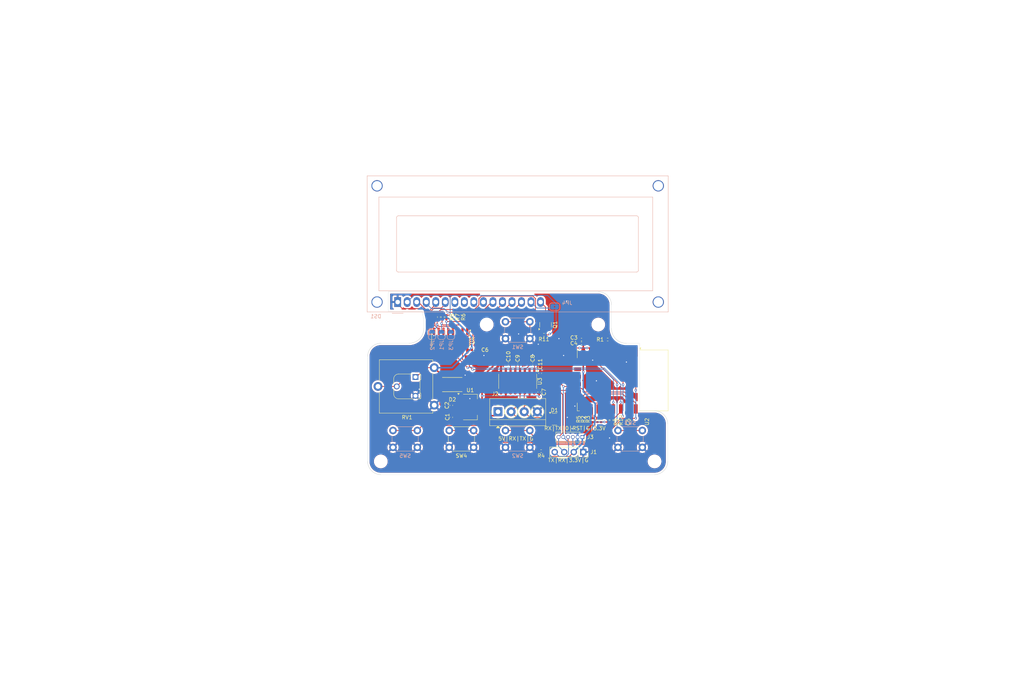
<source format=kicad_pcb>
(kicad_pcb (version 20241229) (generator "pcbnew") (generator_version "9.0")
  (layers (0 "F.Cu" signal) (2 "B.Cu" signal) (13 "F.Paste" user) (15 "B.Paste" user) (5 "F.SilkS" user "F.Silkscreen") (7 "B.SilkS" user "B.Silkscreen") (1 "F.Mask" user) (3 "B.Mask" user) (25 "Edge.Cuts" user))
  (net 0 "")
  (net 1 "GND")
  (net 2 "+5V")
  (net 3 "+3.3V")
  (net 4 "/RST")
  (net 5 "Net-(U3-C1+)")
  (net 6 "Net-(U3-C1-)")
  (net 7 "Net-(U3-C2-)")
  (net 8 "Net-(U3-C2+)")
  (net 9 "Net-(U3-VS-)")
  (net 10 "Net-(U3-VS+)")
  (net 11 "Net-(DS1-LED(+))")
  (net 12 "Net-(DS1-D5)")
  (net 13 "Net-(DS1-RS)")
  (net 14 "Net-(DS1-E)")
  (net 18 "Net-(DS1-D6)")
  (net 19 "Net-(DS1-D4)")
  (net 20 "Net-(DS1-VO)")
  (net 21 "Net-(DS1-R{slash}W)")
  (net 23 "Net-(DS1-LED(-))")
  (net 24 "Net-(DS1-D7)")
  (net 25 "/RX")
  (net 26 "/TX")
  (net 27 "/RS232_TX")
  (net 28 "/RS232_RX")
  (net 29 "/GPIO0")
  (net 30 "Net-(JP1-B)")
  (net 31 "Net-(JP2-B)")
  (net 32 "Net-(JP3-B)")
  (net 33 "Net-(Q1-B)")
  (net 34 "Net-(U2-EN)")
  (net 35 "/GPIO2")
  (net 36 "/GPIO15")
  (net 37 "/SDA")
  (net 38 "/SCL")
  (net 39 "/GPIO12")
  (net 40 "/GPIO13")
  (net 41 "/GPIO14")
  (footprint "Connector_PinSocket_2.54mm:PinSocket_1x04_P2.54mm_Vertical" (layer "F.Cu") (at 167.5 132.5 -90)
    (property "Reference" "J1")
    (property "Value" "Conn_01x04_Socket")
  )
  (footprint "Capacitor_SMD:C_0402_1005Metric" (layer "F.Cu") (at 132.296633 120.043673 90)
    (property "Reference" "C2")
    (property "Value" "1u")
  )
  (footprint "Capacitor_SMD:C_0402_1005Metric" (layer "F.Cu") (at 167.02 102.5 180)
    (property "Reference" "C3")
    (property "Value" "100n")
  )
  (footprint "RF_Module:ESP-12E" (layer "F.Cu") (at 178 113.4 -90)
    (property "Reference" "U2")
    (property "Value" "ESP-12F")
  )
  (footprint "Resistor_SMD:R_0402_1005Metric" (layer "F.Cu") (at 157 101.25 180)
    (property "Reference" "R11")
    (property "Value" "4.7K")
  )
  (footprint "Resistor_SMD:R_0402_1005Metric" (layer "F.Cu") (at 129 96.51 -90)
    (property "Reference" "R8")
    (property "Value" "10K")
  )
  (footprint "Potentiometer_THT:Potentiometer_ACP_CA14V-15_Vertical" (layer "F.Cu") (at 127.75 110 180)
    (property "Reference" "RV2" (hide yes))
    (property "Value" "10K")
  )
  (footprint "MountingHole:MountingHole_3.2mm_M3" (layer "F.Cu") (at 186.5 135)
    (property "Reference" "H3" (hide yes))
    (property "Value" "MountingHole" (hide yes))
  )
  (footprint "Potentiometer_THT:Potentiometer_Runtron_RM-065_Vertical" (layer "F.Cu") (at 122.75 112.5 -90)
    (property "Reference" "RV1")
    (property "Value" "10K")
  )
  (footprint "Capacitor_SMD:C_0402_1005Metric" (layer "F.Cu") (at 150 109 180)
    (property "Reference" "C9")
    (property "Value" "100n")
  )
  (footprint "Resistor_SMD:R_0402_1005Metric" (layer "F.Cu") (at 170 124 90)
    (property "Reference" "R5")
    (property "Value" "10K")
  )
  (footprint "Capacitor_SMD:C_0402_1005Metric" (layer "F.Cu") (at 138.27 105.25)
    (property "Reference" "C6")
    (property "Value" "100n")
  )
  (footprint "Package_TO_SOT_SMD:SOT-223-3_TabPin2" (layer "F.Cu") (at 137.35 120.5)
    (property "Reference" "U1")
    (property "Value" "AMS1117-3.3")
  )
  (footprint "Resistor_SMD:R_0402_1005Metric" (layer "F.Cu") (at 171.25 124 90)
    (property "Reference" "R2")
    (property "Value" "10K")
  )
  (footprint "Capacitor_SMD:C_0402_1005Metric" (layer "F.Cu") (at 147.52 109 180)
    (property "Reference" "C10")
    (property "Value" "100n")
  )
  (footprint "Resistor_SMD:R_0402_1005Metric" (layer "F.Cu") (at 156.25 132.25 180)
    (property "Reference" "R4")
    (property "Value" "10K")
  )
  (footprint "Resistor_SMD:R_0402_1005Metric" (layer "F.Cu") (at 130 96.51 -90)
    (property "Reference" "R7")
    (property "Value" "10K")
  )
  (footprint "Resistor_SMD:R_0402_1005Metric" (layer "F.Cu") (at 172.25 124 90)
    (property "Reference" "R3")
    (property "Value" "10K")
  )
  (footprint "Resistor_SMD:R_0402_1005Metric" (layer "F.Cu") (at 175 123.99 90)
    (property "Reference" "R10")
    (property "Value" "4.7K")
  )
  (footprint "MountingHole:MountingHole_3.2mm_M3" (layer "F.Cu") (at 141.75 98.5)
    (property "Reference" "H4" (hide yes))
    (property "Value" "MountingHole" (hide yes))
  )
  (footprint "Package_SO:SOIC-16_3.9x9.9mm_P1.27mm" (layer "F.Cu") (at 132.115 102.775 -90)
    (property "Reference" "U4")
    (property "Value" "PCF8574T")
  )
  (footprint "Capacitor_SMD:C_0402_1005Metric" (layer "F.Cu") (at 132.281943 123.25 -90)
    (property "Reference" "C1")
    (property "Value" "1u")
  )
  (footprint "Button_Switch_THT:SW_PUSH_6mm" (layer "F.Cu") (at 131.75 126.75)
    (property "Reference" "SW4")
    (property "Value" "SW_Push")
  )
  (footprint "Package_TO_SOT_SMD:SOT-23" (layer "F.Cu") (at 157.45 98.5625 90)
    (property "Reference" "Q1")
    (property "Value" "SS8050")
  )
  (footprint "Resistor_SMD:R_0402_1005Metric" (layer "F.Cu") (at 174 102.5)
    (property "Reference" "R1")
    (property "Value" "10K")
  )
  (footprint "MountingHole:MountingHole_3.2mm_M3" (layer "F.Cu") (at 171.5 98.5)
    (property "Reference" "H1" (hide yes))
    (property "Value" "MountingHole" (hide yes))
  )
  (footprint "Package_TO_SOT_SMD:SOT-23" (layer "F.Cu") (at 159.8125 123.75)
    (property "Reference" "D1")
    (property "Value" "PSM712-LF-T7")
  )
  (footprint "Resistor_SMD:R_0402_1005Metric" (layer "F.Cu") (at 174 123.99 90)
    (property "Reference" "R9")
    (property "Value" "4.7K")
  )
  (footprint "Capacitor_SMD:C_0402_1005Metric" (layer "F.Cu") (at 167.02 103.5 180)
    (property "Reference" "C4")
    (property "Value" "10u")
  )
  (footprint "Resistor_SMD:R_0402_1005Metric" (layer "F.Cu") (at 131 96.51 -90)
    (property "Reference" "R6")
    (property "Value" "10K")
  )
  (footprint "TerminalBlock_4Ucon:TerminalBlock_4Ucon_1x04_P3.50mm_Horizontal" (layer "F.Cu") (at 144.75 121.75)
    (property "Reference" "J2")
    (property "Value" "Screw_Terminal_01x04")
  )
  (footprint "Package_SO:SOP-16_3.9x9.9mm_P1.27mm" (layer "F.Cu") (at 150 113.6375 -90)
    (property "Reference" "U3")
    (property "Value" "MAX3232")
  )
  (footprint "Capacitor_SMD:C_0402_1005Metric" (layer "F.Cu") (at 180.5 124 -90)
    (property "Reference" "C5")
    (property "Value" "100n")
  )
  (footprint "lib:SMB_L4.6-W3.6-LS5.3-BI" (layer "F.Cu") (at 132.59 114.5 180)
    (property "Reference" "D2")
    (property "Value" "P6SMB6.8CA-C78395")
  )
  (footprint "Capacitor_SMD:C_0402_1005Metric" (layer "F.Cu") (at 154 109 180)
    (property "Reference" "C8")
    (property "Value" "100n")
  )
  (footprint "Connector_PinSocket_1.27mm:PinSocket_1x06_P1.27mm_Vertical" (layer "F.Cu") (at 167.25 128.5 -90)
    (property "Reference" "J3")
    (property "Value" "Conn_01x06_Pin")
  )
  (footprint "MountingHole:MountingHole_3.2mm_M3" (layer "F.Cu") (at 113.5 135)
    (property "Reference" "H2" (hide yes))
    (property "Value" "MountingHole" (hide yes))
  )
  (footprint "Capacitor_SMD:C_0402_1005Metric" (layer "F.Cu") (at 155.75 116.5 90)
    (property "Reference" "C7")
    (property "Value" "100n")
  )
  (footprint "Capacitor_SMD:C_0402_1005Metric" (layer "F.Cu") (at 156 111.5 90)
    (property "Reference" "C11")
    (property "Value" "100n")
  )
  (footprint "Jumper:SolderJumper-2_P1.3mm_Bridged2Bar_RoundedPad1.0x1.5mm" (layer "B.Cu") (at 159.85 93.75)
    (property "Reference" "JP4")
    (property "Value" "SolderJumper_2_Bridged")
  )
  (footprint "Button_Switch_THT:SW_PUSH_6mm" (layer "B.Cu") (at 153.25 126.75 180)
    (property "Reference" "SW2")
    (property "Value" "SW_Push")
  )
  (footprint "Jumper:SolderJumper-2_P1.3mm_Open_RoundedPad1.0x1.5mm" (layer "B.Cu") (at 132.182114 101.1 90)
    (property "Reference" "JP3")
    (property "Value" "SolderJumper_2_Open")
  )
  (footprint "Button_Switch_THT:SW_PUSH_6mm" (layer "B.Cu") (at 123.25 126.75 180)
    (property "Reference" "SW5")
    (property "Value" "SW_Push")
  )
  (footprint "Jumper:SolderJumper-2_P1.3mm_Open_RoundedPad1.0x1.5mm" (layer "B.Cu") (at 127.182114 101.1 90)
    (property "Reference" "JP2")
    (property "Value" "SolderJumper_2_Open")
  )
  (footprint "Button_Switch_THT:SW_PUSH_6mm" (layer "B.Cu") (at 183.25 126.75 180)
    (property "Reference" "SW3")
    (property "Value" "SW_Push")
  )
  (footprint "Jumper:SolderJumper-2_P1.3mm_Open_RoundedPad1.0x1.5mm" (layer "B.Cu") (at 129.682114 101.1 90)
    (property "Reference" "JP1")
    (property "Value" "SolderJumper_2_Open")
  )
  (footprint "Button_Switch_THT:SW_PUSH_6mm" (layer "B.Cu") (at 153.25 97.75 180)
    (property "Reference" "SW1")
    (property "Value" "SW_Push")
  )
  (footprint "Display:WC1602A" (layer "B.Cu") (at 117.9991 92.5)
    (property "Reference" "DS1")
    (property "Value" "WC1602A")
  )
  (gr_line (start 115.5 95) (end 115.5 89.75) (stroke (width 0.05)) (layer "Edge.Cuts"))
  (gr_line (start 182.5 103.5) (end 182.5 121.5) (stroke (width 0.05)) (layer "Edge.Cuts"))
  (gr_line (start 125 99.5) (end 125 97.25) (stroke (width 0.05)) (layer "Edge.Cuts"))
  (gr_arc (start 178.999934 103.5) (mid 176.164134 102.335819) (end 175 99.5) (stroke (width 0.1)) (layer "Edge.Cuts"))
  (gr_line (start 182.5 121.5) (end 186.5251 121.5) (stroke (width 0.05)) (layer "Edge.Cuts"))
  (gr_line (start 113.5 103.5) (end 121 103.5) (stroke (width 0.05)) (layer "Edge.Cuts"))
  (gr_arc (start 190 135) (mid 188.974874 137.474874) (end 186.5 138.5) (stroke (width 0.1)) (layer "Edge.Cuts"))
  (gr_arc (start 113.5 138.5) (mid 111.025126 137.474874) (end 110 135) (stroke (width 0.1)) (layer "Edge.Cuts"))
  (gr_line (start 113.5 138.5) (end 186.5 138.5) (stroke (width 0.05)) (layer "Edge.Cuts"))
  (gr_line (start 190 135) (end 190 124.974874) (stroke (width 0.05)) (layer "Edge.Cuts"))
  (gr_line (start 110 107) (end 110 135) (stroke (width 0.05)) (layer "Edge.Cuts"))
  (gr_arc (start 110 107) (mid 111.025126 104.525126) (end 113.5 103.5) (stroke (width 0.1)) (layer "Edge.Cuts"))
  (gr_line (start 115.5 89.75) (end 171.5 89.75) (stroke (width 0.05)) (layer "Edge.Cuts"))
  (gr_line (start 175 99.5) (end 175 93.25) (stroke (width 0.05)) (layer "Edge.Cuts"))
  (gr_line (start 182.5 103.5) (end 179 103.5) (stroke (width 0.05)) (layer "Edge.Cuts"))
  (gr_line (start 124.5 95) (end 115.5 95) (stroke (width 0.05)) (layer "Edge.Cuts"))
  (gr_arc (start 186.525126 121.5) (mid 188.982233 122.517767) (end 190 124.974874) (stroke (width 0.1)) (layer "Edge.Cuts"))
  (gr_arc (start 125 99.5) (mid 123.828427 102.328427) (end 121 103.5) (stroke (width 0.1)) (layer "Edge.Cuts"))
  (gr_line (start 125 97.25) (end 124.5 95) (stroke (width 0.05)) (layer "Edge.Cuts"))
  (gr_arc (start 171.5 89.75) (mid 173.974874 90.775126) (end 175 93.25) (stroke (width 0.1)) (layer "Edge.Cuts"))
  (gr_text "RX|TX|0|RST|G|3.3V" (at 157 126.75 0) (layer "F.SilkS") (effects (font (size 1 1)) (justify left bottom)))
  (gr_text "5V|RX|TX|G" (at 144.75 129.5 0) (layer "F.SilkS") (effects (font (size 1 1)) (justify left bottom)))
  (gr_text "TX|RX|3.3V|G" (at 158 135.25 0) (layer "F.SilkS") (effects (font (size 1 1)) (justify left bottom)))
  (segment (start 117.9991 92.9991) (end 119.25 94.25) (width 0.2) (layer "F.Cu") (net 1))
  (segment (start 125.75 95.306474) (end 125.75 101.75) (width 0.2) (layer "F.Cu") (net 1))
  (segment (start 127.67 101.17) (end 127.67 100.3) (width 0.2) (layer "F.Cu") (net 1))
  (segment (start 124.693526 94.25) (end 125.75 95.306474) (width 0.2) (layer "F.Cu") (net 1))
  (segment (start 125.75 101.75) (end 123.25 104.25) (width 0.2) (layer "F.Cu") (net 1))
  (segment (start 123.25 104.25) (end 114.5 104.25) (width 0.2) (layer "F.Cu") (net 1))
  (segment (start 114.5 104.25) (end 113 105.75) (width 0.2) (layer "F.Cu") (net 1))
  (segment (start 127.652 101.188) (end 127.67 101.17) (width 0.2) (layer "F.Cu") (net 1))
  (segment (start 119.25 94.25) (end 124.693526 94.25) (width 0.2) (layer "F.Cu") (net 1))
  (segment (start 127.652 101.455) (end 127.652 101.188) (width 0.2) (layer "F.Cu") (net 1))
  (via (at 136 112) (size 0.6) (drill 0.3) (layers "F.Cu" "B.Cu") (net 1))
  (via (at 137.25 118.25) (size 0.6) (drill 0.3) (layers "F.Cu" "B.Cu") (net 1))
  (via (at 171 113.5) (size 0.6) (drill 0.3) (layers "F.Cu" "B.Cu") (net 1))
  (via (at 127.652 101.455) (size 0.6) (drill 0.3) (layers "F.Cu" "B.Cu") (net 1))
  (via (at 174.5 128.75) (size 0.6) (drill 0.3) (layers "F.Cu" "B.Cu") (net 1))
  (via (at 161 102.25) (size 0.6) (drill 0.3) (layers "F.Cu" "B.Cu") (net 1))
  (via (at 163.25 123.25) (size 0.6) (drill 0.3) (layers "F.Cu" "B.Cu") (net 1))
  (via (at 170 108) (size 0.6) (drill 0.3) (layers "F.Cu" "B.Cu") (net 1))
  (via (at 155.5 103.75) (size 0.6) (drill 0.3) (layers "F.Cu" "B.Cu") (net 1))
  (via (at 168.5 126.25) (size 0.6) (drill 0.3) (layers "F.Cu" "B.Cu") (net 1))
  (via (at 123.75 115.75) (size 0.6) (drill 0.3) (layers "F.Cu" "B.Cu") (net 1))
  (via (at 150.25 101) (size 0.6) (drill 0.3) (layers "F.Cu" "B.Cu") (net 1))
  (via (at 179 108.5) (size 0.6) (drill 0.3) (layers "F.Cu" "B.Cu") (net 1))
  (via (at 163 92.25) (size 0.6) (drill 0.3) (layers "F.Cu" "B.Cu") (net 1))
  (via (at 167.75 123.25) (size 0.6) (drill 0.3) (layers "F.Cu" "B.Cu") (net 1))
  (via (at 141 106.75) (size 0.6) (drill 0.3) (layers "F.Cu" "B.Cu") (net 1))
  (via (at 154 106.5) (size 0.6) (drill 0.3) (layers "F.Cu" "B.Cu") (net 1))
  (via (at 164.5 126.25) (size 0.6) (drill 0.3) (layers "F.Cu" "B.Cu") (net 1))
  (via (at 162.25 106.75) (size 0.6) (drill 0.3) (layers "F.Cu" "B.Cu") (net 1))
  (via (at 165.25 120.25) (size 0.6) (drill 0.3) (layers "F.Cu" "B.Cu") (net 1))
  (segment (start 122.75 112.5) (end 123 112.5) (width 0.2) (layer "F.Cu") (net 2))
  (segment (start 123 112.5) (end 125.5 110) (width 0.2) (layer "F.Cu") (net 2))
  (segment (start 137.79 105.25) (end 137.79 104.79) (width 0.4) (layer "F.Cu") (net 2))
  (segment (start 157.51 101.25) (end 158.25 101.25) (width 0.2) (layer "F.Cu") (net 2))
  (segment (start 158.25 101.25) (end 158.5 101) (width 0.2) (layer "F.Cu") (net 2))
  (segment (start 143.699 122.801) (end 144.75 121.75) (width 0.4) (layer "F.Cu") (net 2))
  (segment (start 131 96) (end 129 96) (width 0.2) (layer "F.Cu") (net 2))
  (segment (start 129.321 111.571) (end 129.321 119.809057) (width 0.4) (layer "F.Cu") (net 2))
  (segment (start 136.56 105.25) (end 137.79 105.25) (width 0.4) (layer "F.Cu") (net 2))
  (segment (start 125.5 110) (end 127.75 110) (width 0.2) (layer "F.Cu") (net 2))
  (segment (start 132.312943 122.801) (end 143.699 122.801) (width 0.4) (layer "F.Cu") (net 2))
  (segment (start 132 96) (end 131 96) (width 0.2) (layer "F.Cu") (net 2))
  (segment (start 127.75 110) (end 129.321 111.571) (width 0.4) (layer "F.Cu") (net 2))
  (segment (start 137.79 104.79) (end 137.75 104.75) (width 0.4) (layer "F.Cu") (net 2))
  (segment (start 129.321 119.809057) (end 132.281943 122.77) (width 0.4) (layer "F.Cu") (net 2))
  (via (at 137.75 104.75) (size 0.6) (drill 0.3) (layers "F.Cu" "B.Cu") (net 2))
  (via (at 158.5 101) (size 0.6) (drill 0.3) (layers "F.Cu" "B.Cu") (net 2))
  (via (at 132 96) (size 0.6) (drill 0.3) (layers "F.Cu" "B.Cu") (net 2))
  (segment (start 158 90.75) (end 132 90.75) (width 0.2) (layer "B.Cu") (net 2))
  (segment (start 132 96) (end 132 90.75) (width 0.2) (layer "B.Cu") (net 2))
  (segment (start 137.75 104.75) (end 137.75 101.75) (width 0.4) (layer "B.Cu") (net 2))
  (segment (start 137.75 104.75) (end 132.5 110) (width 0.4) (layer "B.Cu") (net 2))
  (segment (start 160.25 93) (end 158 90.75) (width 0.2) (layer "B.Cu") (net 2))
  (segment (start 158.75 101) (end 160.25 99.5) (width 0.2) (layer "B.Cu") (net 2))
  (segment (start 137.75 101.75) (end 132 96) (width 0.4) (layer "B.Cu") (net 2))
  (segment (start 132 90.75) (end 122.2891 90.75) (width 0.2) (layer "B.Cu") (net 2))
  (segment (start 122.2891 90.75) (end 120.5391 92.5) (width 0.2) (layer "B.Cu") (net 2))
  (segment (start 132.5 110) (end 127.75 110) (width 0.4) (layer "B.Cu") (net 2))
  (segment (start 160.25 99.5) (end 160.25 93) (width 0.2) (layer "B.Cu") (net 2))
  (segment (start 174 124.5) (end 173.12 124.5) (width 0.2) (layer "F.Cu") (net 3))
  (segment (start 140.5 112.5) (end 140.5 117.5) (width 0.4) (layer "F.Cu") (net 3))
  (segment (start 167.5 102.5) (end 167.5 104.9) (width 0.4) (layer "F.Cu") (net 3))
  (segment (start 173.49 102.5) (end 172.49 103.5) (width 0.2) (layer "F.Cu") (net 3))
  (segment (start 163.809 133.651) (end 164.96 132.5) (width 0.2) (layer "F.Cu") (net 3))
  (segment (start 155.75 117.75) (end 155.75 116.98) (width 0.2) (layer "F.Cu") (net 3))
  (segment (start 147.2 105.8) (end 140.5 112.5) (width 0.4) (layer "F.Cu") (net 3))
  (segment (start 155.2875 116.98) (end 154.445 116.1375) (width 0.2) (layer "F.Cu") (net 3))
  (segment (start 167.5 105.8) (end 147.2 105.8) (width 0.4) (layer "F.Cu") (net 3))
  (segment (start 167.5 104.9) (end 167.5 111.1) (width 0.4) (layer "F.Cu") (net 3))
  (segment (start 158.161 133.651) (end 163.809 133.651) (width 0.2) (layer "F.Cu") (net 3))
  (segment (start 156.76 132.25) (end 158.161 133.651) (width 0.2) (layer "F.Cu") (net 3))
  (segment (start 173.07 124.51) (end 173.1 124.48) (width 0.2) (layer "F.Cu") (net 3))
  (segment (start 171.25 124.51) (end 173.07 124.51) (width 0.2) (layer "F.Cu") (net 3))
  (segment (start 155.75 116.98) (end 155.2875 116.98) (width 0.2) (layer "F.Cu") (net 3))
  (segment (start 132.296633 120.523673) (end 140.476327 120.523673) (width 0.4) (layer "F.Cu") (net 3))
  (segment (start 172.49 103.5) (end 167.5 103.5) (width 0.2) (layer "F.Cu") (net 3))
  (segment (start 140.5 117.5) (end 140.5 120.5) (width 0.4) (layer "F.Cu") (net 3))
  (segment (start 175 124.5) (end 174 124.5) (width 0.2) (layer "F.Cu") (net 3))
  (via (at 173.1 124.48) (size 0.6) (drill 0.3) (layers "F.Cu" "B.Cu") (net 3))
  (via (at 140.5 117.5) (size 0.6) (drill 0.3) (layers "F.Cu" "B.Cu") (net 3))
  (via (at 167.5 111.1) (size 0.6) (drill 0.3) (layers "F.Cu" "B.Cu") (net 3))
  (via (at 155.75 117.75) (size 0.6) (drill 0.3) (layers "F.Cu" "B.Cu") (net 3))
  (segment (start 170.48 124.48) (end 173.1 124.48) (width 0.2) (layer "B.Cu") (net 3))
  (segment (start 167.5 116.401) (end 167.5 111.1) (width 0.4) (layer "B.Cu") (net 3))
  (segment (start 170.48 124.52) (end 170.48 125.27) (width 0.4) (layer "B.Cu") (net 3))
  (segment (start 155.75 117.75) (end 155.5 117.5) (width 0.2) (layer "B.Cu") (net 3))
  (segment (start 170.680001 122.615111) (end 170.680001 119.581001) (width 0.4) (layer "B.Cu") (net 3))
  (segment (start 170.48 124.52) (end 170.48 124.48) (width 0.2) (layer "B.Cu") (net 3))
  (segment (start 170.48 124.52) (end 170.48 122.815112) (width 0.4) (layer "B.Cu") (net 3))
  (segment (start 170.48 122.815112) (end 170.680001 122.615111) (width 0.4) (layer "B.Cu") (net 3))
  (segment (start 170.680001 119.581001) (end 167.5 116.401) (width 0.4) (layer "B.Cu") (net 3))
  (segment (start 167.25 128.5) (end 167.25 130.21) (width 0.4) (layer "B.Cu") (net 3))
  (segment (start 167.25 130.21) (end 164.96 132.5) (width 0.4) (layer "B.Cu") (net 3))
  (segment (start 155.5 117.5) (end 140.5 117.5) (width 0.2) (layer "B.Cu") (net 3))
  (segment (start 170.48 125.27) (end 167.25 128.5) (width 0.4) (layer "B.Cu") (net 3))
  (segment (start 171 130.5) (end 155.75 130.5) (width 0.2) (layer "F.Cu") (net 4))
  (segment (start 181.499034 123.5) (end 178.249943 123.5) (width 0.2) (layer "F.Cu") (net 4))
  (segment (start 155.75 130.5) (end 154.339892 130.5) (width 0.2) (layer "F.Cu") (net 4))
  (segment (start 146.211108 129.949) (end 146.012108 129.75) (width 0.2) (layer "F.Cu") (net 4))
  (segment (start 178.249943 123.5) (end 178.248943 123.501) (width 0.2) (layer "F.Cu") (net 4))
  (segment (start 146.012108 129.75) (end 141.25 129.75) (width 0.2) (layer "F.Cu") (net 4))
  (segment (start 177.999 123.501) (end 171 130.5) (width 0.2) (layer "F.Cu") (net 4))
  (segment (start 141.25 129.75) (end 138.25 126.75) (width 0.2) (layer "F.Cu") (net 4))
  (segment (start 155.74 130.51) (end 155.75 130.5) (width 0.2) (layer "F.Cu") (net 4))
  (segment (start 178.248943 123.501) (end 177.999 123.501) (width 0.2) (layer "F.Cu") (net 4))
  (segment (start 154.339892 130.5) (end 153.788892 129.949) (width 0.2) (layer "F.Cu") (net 4))
  (segment (start 155.74 132.25) (end 155.74 130.51) (width 0.2) (layer "F.Cu") (net 4))
  (segment (start 138.25 126.75) (end 131.75 126.75) (width 0.2) (layer "F.Cu") (net 4))
  (segment (start 153.788892 129.949) (end 146.211108 129.949) (width 0.2) (layer "F.Cu") (net 4))
  (segment (start 181.5 104.9) (end 181.5 116) (width 0.2) (layer "F.Cu") (net 4))
  (via (at 164.75 130.699) (size 0.6) (drill 0.3) (layers "F.Cu" "B.Cu") (net 4))
  (via (at 181.499034 123.5) (size 0.6) (drill 0.3) (layers "F.Cu" "B.Cu") (net 4))
  (via (at 181.5 116) (size 0.6) (drill 0.3) (layers "F.Cu" "B.Cu") (net 4))
  (segment (start 181.5 123.499034) (end 181.499034 123.5) (width 0.2) (layer "B.Cu") (net 4))
  (segment (start 164.71 128.5) (end 164.71 130.659) (width 0.2) (layer "B.Cu") (net 4))
  (segment (start 164.71 130.659) (end 164.75 130.699) (width 0.2) (layer "B.Cu") (net 4))
  (segment (start 181.5 116) (end 181.5 123.499034) (width 0.2) (layer "B.Cu") (net 4))
  (segment (start 154.48 111.1025) (end 154.445 111.1375) (width 0.2) (layer "F.Cu") (net 5))
  (segment (start 154.48 109) (end 154.48 111.1025) (width 0.2) (layer "F.Cu") (net 5))
  (segment (start 151.905 110.615) (end 151.905 111.1375) (width 0.2) (layer "F.Cu") (net 6))
  (segment (start 153.52 109) (end 151.905 110.615) (width 0.2) (layer "F.Cu") (net 6))
  (segment (start 149.52 109) (end 149.52 110.9825) (width 0.2) (layer "F.Cu") (net 7))
  (segment (start 149.52 110.9825) (end 149.365 111.1375) (width 0.2) (layer "F.Cu") (net 7))
  (segment (start 150.48 110.9825) (end 150.635 111.1375) (width 0.2) (layer "F.Cu") (net 8))
  (segment (start 150.48 109) (end 150.48 110.9825) (width 0.2) (layer "F.Cu") (net 8))
  (segment (start 148.095 109.095) (end 148 109) (width 0.2) (layer "F.Cu") (net 9))
  (segment (start 148.095 111.1375) (end 148.095 109.095) (width 0.2) (layer "F.Cu") (net 9))
  (segment (start 153.175 111.509468) (end 154.104032 112.4385) (width 0.2) (layer "F.Cu") (net 10))
  (segment (start 153.175 111.1375) (end 153.175 111.509468) (width 0.2) (layer "F.Cu") (net 10))
  (segment (start 155.5415 112.4385) (end 156 111.98) (width 0.2) (layer "F.Cu") (net 10))
  (segment (start 154.104032 112.4385) (end 155.5415 112.4385) (width 0.2) (layer "F.Cu") (net 10))
  (segment (start 153.5591 92.5) (end 155.1601 94.101) (width 0.2) (layer "B.Cu") (net 11))
  (segment (start 155.1601 94.101) (end 158.849 94.101) (width 0.2) (layer "B.Cu") (net 11))
  (segment (start 138.448 97.6678) (end 138.6829 97.4329) (width 0.2) (layer "F.Cu") (net 12))
  (segment (start 138.6829 97.4329) (end 138.9178 97.198) (width 0.2) (layer "F.Cu") (net 12))
  (segment (start 145.9391 92.9569) (end 145.9391 92.5) (width 0.2) (layer "F.Cu") (net 12))
  (segment (start 140.6829 95.4329) (end 140.9178 95.198) (width 0.2) (layer "F.Cu") (net 12))
  (segment (start 130.043001 103.172) (end 130.745901 103.172) (width 0.2) (layer "F.Cu") (net 12))
  (segment (start 131.781001 103.172) (end 132.113201 103.172) (width 0.2) (layer "F.Cu") (net 12))
  (segment (start 136.9438 103.172) (end 138.448 101.6678) (width 0.2) (layer "F.Cu") (net 12))
  (segment (start 138.448 98) (end 138.448 97.6678) (width 0.2) (layer "F.Cu") (net 12))
  (segment (start 140.448 95.6678) (end 140.6829 95.4329) (width 0.2) (layer "F.Cu") (net 12))
  (segment (start 143.698 95.198) (end 145.9391 92.9569) (width 0.2) (layer "F.Cu") (net 12))
  (segment (start 138.9178 97.198) (end 140.448 95.6678) (width 0.2) (layer "F.Cu") (net 12))
  (segment (start 130.745901 103.172) (end 131.078101 103.172) (width 0.2) (layer "F.Cu") (net 12))
  (segment (start 141.25 95.198) (end 141.5822 95.198) (width 0.2) (layer "F.Cu") (net 12))
  (segment (start 131.078101 103.172) (end 131.448801 103.172) (width 0.2) (layer "F.Cu") (net 12))
  (segment (start 141.5822 95.198) (end 143.698 95.198) (width 0.2) (layer "F.Cu") (net 12))
  (segment (start 131.448801 103.172) (end 131.781001 103.172) (width 0.2) (layer "F.Cu") (net 12))
  (segment (start 128.94 104.275001) (end 130.043001 103.172) (width 0.2) (layer "F.Cu") (net 12))
  (segment (start 138.448 101.6678) (end 138.448 98.3322) (width 0.2) (layer "F.Cu") (net 12))
  (segment (start 128.94 105.25) (end 128.94 104.275001) (width 0.2) (layer "F.Cu") (net 12))
  (segment (start 140.9178 95.198) (end 141.25 95.198) (width 0.2) (layer "F.Cu") (net 12))
  (segment (start 132.113201 103.172) (end 136.9438 103.172) (width 0.2) (layer "F.Cu") (net 12))
  (segment (start 138.448 98.3322) (end 138.448 98) (width 0.2) (layer "F.Cu") (net 12))
  (segment (start 136.900968 101.576) (end 133.051001 101.576) (width 0.2) (layer "F.Cu") (net 13))
  (segment (start 133.126968 95.25) (end 137.161 99.284032) (width 0.2) (layer "F.Cu") (net 13))
  (segment (start 133.051001 101.576) (end 132.75 101.274999) (width 0.2) (layer "F.Cu") (net 13))
  (segment (start 137.161 101.315968) (end 136.900968 101.576) (width 0.2) (layer "F.Cu") (net 13))
  (segment (start 131.4 95.25) (end 133.126968 95.25) (width 0.2) (layer "F.Cu") (net 13))
  (segment (start 132.75 101.274999) (end 132.75 100.3) (width 0.2) (layer "F.Cu") (net 13))
  (segment (start 137.161 99.284032) (end 137.161 101.315968) (width 0.2) (layer "F.Cu") (net 13))
  (via (at 131.4 95.25) (size 0.6) (drill 0.3) (layers "F.Cu" "B.Cu") (net 13))
  (segment (start 131.4 95.25) (end 130.4 94.25) (width 0.2) (layer "B.Cu") (net 13))
  (segment (start 130.4 94.25) (end 127 94.25) (width 0.2) (layer "B.Cu") (net 13))
  (segment (start 125.6191 92.8691) (end 125.6191 92.5) (width 0.2) (layer "B.Cu") (net 13))
  (segment (start 127 94.25) (end 125.6191 92.8691) (width 0.2) (layer "B.Cu") (net 13))
  (segment (start 130.21 101.1558) (end 130.21 100.3) (width 0.2) (layer "F.Cu") (net 14))
  (segment (start 127.052 94.7651) (end 127.052 101.7349) (width 0.2) (layer "F.Cu") (net 14))
  (segment (start 127.7161 94.101) (end 127.052 94.7651) (width 0.2) (layer "F.Cu") (net 14))
  (segment (start 127.386463 102.069363) (end 129.296437 102.069363) (width 0.2) (layer "F.Cu") (net 14))
  (segment (start 130.6991 93.0509) (end 129.649 94.101) (width 0.2) (layer "F.Cu") (net 14))
  (segment (start 129.649 94.101) (end 127.7161 94.101) (width 0.2) (layer "F.Cu") (net 14))
  (segment (start 129.296437 102.069363) (end 130.21 101.1558) (width 0.2) (layer "F.Cu") (net 14))
  (segment (start 127.052 101.7349) (end 127.386463 102.069363) (width 0.2) (layer "F.Cu") (net 14))
  (segment (start 130.21 105.25) (end 130.21 104.275001) (width 0.2) (layer "F.Cu") (net 18))
  (segment (start 138.849 97.8339) (end 139.0839 97.599) (width 0.2) (layer "F.Cu") (net 18))
  (segment (start 145.3801 95.599) (end 148.4791 92.5) (width 0.2) (layer "F.Cu") (net 18))
  (segment (start 138.849 98.1661) (end 138.849 97.8339) (width 0.2) (layer "F.Cu") (net 18))
  (segment (start 130.912001 103.573) (end 131.614901 103.573) (width 0.2) (layer "F.Cu") (net 18))
  (segment (start 131.947101 103.573) (end 137.1099 103.573) (width 0.2) (layer "F.Cu") (net 18))
  (segment (start 138.849 101.8339) (end 138.849 98.1661) (width 0.2) (layer "F.Cu") (net 18))
  (segment (start 130.21 104.275001) (end 130.912001 103.573) (width 0.2) (layer "F.Cu") (net 18))
  (segment (start 140.849 95.8339) (end 141.0839 95.599) (width 0.2) (layer "F.Cu") (net 18))
  (segment (start 141.4161 95.599) (end 145.3801 95.599) (width 0.2) (layer "F.Cu") (net 18))
  (segment (start 137.1099 103.573) (end 138.849 101.8339) (width 0.2) (layer "F.Cu") (net 18))
  (segment (start 139.0839 97.599) (end 140.849 95.8339) (width 0.2) (layer "F.Cu") (net 18))
  (segment (start 131.614901 103.573) (end 131.947101 103.573) (width 0.2) (layer "F.Cu") (net 18))
  (segment (start 141.0839 95.599) (end 141.4161 95.599) (width 0.2) (layer "F.Cu") (net 18))
  (segment (start 138.7517 96.797) (end 140.047 95.5017) (width 0.2) (layer "F.Cu") (net 19))
  (segment (start 138.047 98.1661) (end 138.047 97.8339) (width 0.2) (layer "F.Cu") (net 19))
  (segment (start 143.0487 92.5) (end 143.3991 92.5) (width 0.2) (layer "F.Cu") (net 19))
  (segment (start 138.5168 97.0319) (end 138.7517 96.797) (width 0.2) (layer "F.Cu") (net 19))
  (segment (start 140.7517 94.797) (end 143.0487 92.5) (width 0.2) (layer "F.Cu") (net 19))
  (segment (start 138.047 101.5017) (end 138.047 98.4983) (width 0.2) (layer "F.Cu") (net 19))
  (segment (start 127.67 105.25) (end 127.67 104.83) (width 0.2) (layer "F.Cu") (net 19))
  (segment (start 129.75 102.75) (end 136.7987 102.75) (width 0.2) (layer "F.Cu") (net 19))
  (segment (start 138.2819 97.2668) (end 138.5168 97.0319) (width 0.2) (layer "F.Cu") (net 19))
  (segment (start 136.7987 102.75) (end 138.047 101.5017) (width 0.2) (layer "F.Cu") (net 19))
  (segment (start 140.5168 95.0319) (end 140.7517 94.797) (width 0.2) (layer "F.Cu") (net 19))
  (segment (start 140.2819 95.2668) (end 140.5168 95.0319) (width 0.2) (layer "F.Cu") (net 19))
  (segment (start 138.047 97.8339) (end 138.047 97.5017) (width 0.2) (layer "F.Cu") (net 19))
  (segment (start 140.047 95.5017) (end 140.2819 95.2668) (width 0.2) (layer "F.Cu") (net 19))
  (segment (start 138.047 97.5017) (end 138.2819 97.2668) (width 0.2) (layer "F.Cu") (net 19))
  (segment (start 138.047 98.4983) (end 138.047 98.1661) (width 0.2) (layer "F.Cu") (net 19))
  (segment (start 127.67 104.83) (end 129.75 102.75) (width 0.2) (layer "F.Cu") (net 19))
  (segment (start 126.25 106.5) (end 117.75 115) (width 0.2) (layer "F.Cu") (net 20))
  (segment (start 117.75 115) (end 112.75 115) (width 0.2) (layer "F.Cu") (net 20))
  (segment (start 123.510626 92.5) (end 126.25 95.239374) (width 0.2) (layer "F.Cu") (net 20))
  (segment (start 126.25 95.239374) (end 126.25 106.5) (width 0.2) (layer "F.Cu") (net 20))
  (segment (start 130.063993 102.003107) (end 130.0671 102) (width 0.2) (layer "F.Cu") (net 21))
  (segment (start 126.651 94.599) (end 126.651 94.9312) (width 0.2) (layer "F.Cu") (net 21))
  (segment (start 130.754999 102) (end 131.48 101.274999) (width 0.2) (layer "F.Cu") (net 21))
  (segment (start 129.5839 102.349) (end 129.697437 102.235463) (width 0.2) (layer "F.Cu") (net 21))
  (segment (start 129.462537 102.470363) (end 129.5839 102.349) (width 0.2) (layer "F.Cu") (net 21))
  (segment (start 128.1591 93.0909) (end 127.55 93.7) (width 0.2) (layer "F.Cu") (net 21))
  (segment (start 127.552563 102.470363) (end 129.130337 102.470363) (width 0.2) (layer "F.Cu") (net 21))
  (segment (start 126.8859 94.3641) (end 126.651 94.599) (width 0.2) (layer "F.Cu") (net 21))
  (segment (start 131.48 101.274999) (end 131.48 100.3) (width 0.2) (layer "F.Cu") (net 21))
  (segment (start 127.3151 93.9349) (end 126.8859 94.3641) (width 0.2) (layer "F.Cu") (net 21))
  (segment (start 129.130337 102.470363) (end 129.462537 102.470363) (width 0.2) (layer "F.Cu") (net 21))
  (segment (start 129.929793 102.003107) (end 130.063993 102.003107) (width 0.2) (layer "F.Cu") (net 21))
  (segment (start 130.0671 102) (end 130.754999 102) (width 0.2) (layer "F.Cu") (net 21))
  (segment (start 126.651 101.5688) (end 126.651 101.901) (width 0.2) (layer "F.Cu") (net 21))
  (segment (start 127.55 93.7) (end 127.3151 93.9349) (width 0.2) (layer "F.Cu") (net 21))
  (segment (start 126.985463 102.235463) (end 127.220363 102.470363) (width 0.2) (layer "F.Cu") (net 21))
  (segment (start 126.651 94.9312) (end 126.651 101.5688) (width 0.2) (layer "F.Cu") (net 21))
  (segment (start 127.220363 102.470363) (end 127.552563 102.470363) (width 0.2) (layer "F.Cu") (net 21))
  (segment (start 126.651 101.901) (end 126.8859 102.1359) (width 0.2) (layer "F.Cu") (net 21))
  (segment (start 129.697437 102.235463) (end 129.929793 102.003107) (width 0.2) (layer "F.Cu") (net 21))
  (segment (start 126.8859 102.1359) (end 126.985463 102.235463) (width 0.2) (layer "F.Cu") (net 21))
  (segment (start 157.45 97.625) (end 157.45 93.8509) (width 0.2) (layer "F.Cu") (net 23))
  (segment (start 157.45 93.8509) (end 156.0991 92.5) (width 0.2) (layer "F.Cu") (net 23))
  (segment (start 139.25 98) (end 141.25 96) (width 0.2) (layer "F.Cu") (net 24))
  (segment (start 131.48 104.275001) (end 131.781001 103.974) (width 0.2) (layer "F.Cu") (net 24))
  (segment (start 147.5191 96) (end 151.0191 92.5) (width 0.2) (layer "F.Cu") (net 24))
  (segment (start 131.48 105.25) (end 131.48 104.275001) (width 0.2) (layer "F.Cu") (net 24))
  (segment (start 131.781001 103.974) (end 137.276 103.974) (width 0.2) (layer "F.Cu") (net 24))
  (segment (start 139.25 102) (end 139.25 98) (width 0.2) (layer "F.Cu") (net 24))
  (segment (start 141.25 96) (end 147.5191 96) (width 0.2) (layer "F.Cu") (net 24))
  (segment (start 137.276 103.974) (end 139.25 102) (width 0.2) (layer "F.Cu") (net 24))
  (segment (start 160.9 116.0505) (end 159.686 114.8365) (width 0.2) (layer "F.Cu") (net 25))
  (segment (start 163.7495 116.0505) (end 165.199 117.5) (width 0.2) (layer "F.Cu") (net 25))
  (segment (start 162 127.4) (end 162 117.1505) (width 0.2) (layer "F.Cu") (net 25))
  (segment (start 159.686 114.8365) (end 150.001344 114.8365) (width 0.2) (layer "F.Cu") (net 25))
  (segment (start 160.9 128.5) (end 162 127.4) (width 0.2) (layer "F.Cu") (net 25))
  (segment (start 165.199 117.5) (end 167.5 117.5) (width 0.2) (layer "F.Cu") (net 25))
  (segment (start 167.5 117.5) (end 168 117) (width 0.2) (layer "F.Cu") (net 25))
  (segment (start 162 117.1505) (end 160.9 116.0505) (width 0.2) (layer "F.Cu") (net 25))
  (segment (start 179.5 118.5) (end 179.5 121) (width 0.2) (layer "F.Cu") (net 25))
  (segment (start 150.001344 114.8365) (end 149.365 115.472844) (width 0.2) (layer "F.Cu") (net 25))
  (segment (start 160.9 116.0505) (end 163.7495 116.0505) (width 0.2) (layer "F.Cu") (net 25))
  (segment (start 178 117) (end 179.5 118.5) (width 0.2) (layer "F.Cu") (net 25))
  (segment (start 168 117) (end 178 117) (width 0.2) (layer "F.Cu") (net 25))
  (segment (start 149.365 115.472844) (end 149.365 116.1375) (width 0.2) (layer "F.Cu") (net 25))
  (segment (start 160.9 128.5) (end 160.9 130.98) (width 0.2) (layer "B.Cu") (net 25))
  (segment (start 160.9 130.98) (end 162.42 132.5) (width 0.2) (layer "B.Cu") (net 25))
  (segment (start 163.518 115.018) (end 162.25 115.018) (width 0.2) (layer "F.Cu") (net 26))
  (segment (start 148.095 115.137501) (end 148.797001 114.4355) (width 0.2) (layer "F.Cu") (net 26))
  (segment (start 178.5 116.5) (end 168 116.5) (width 0.2) (layer "F.Cu") (net 26))
  (segment (start 164 115.5) (end 163.518 115.018) (width 0.2) (layer "F.Cu") (net 26))
  (segment (start 181.5 119.5) (end 178.5 116.5) (width 0.2) (layer "F.Cu") (net 26))
  (segment (start 148.095 116.1375) (end 148.095 115.137501) (width 0.2) (layer "F.Cu") (net 26))
  (segment (start 168 116.5) (end 167 115.5) (width 0.2) (layer "F.Cu") (net 26))
  (segment (start 167 115.5) (end 164 115.5) (width 0.2) (layer "F.Cu") (net 26))
  (segment (start 148.797001 114.4355) (end 161.6675 114.4355) (width 0.2) (layer "F.Cu") (net 26))
  (segment (start 181.5 120.1) (end 181.5 119.5) (width 0.2) (layer "F.Cu") (net 26))
  (segment (start 161.6675 114.4355) (end 162.25 115.018) (width 0.2) (layer "F.Cu") (net 26))
  (via (at 162.25 115.018) (size 0.6) (drill 0.3) (layers "F.Cu" "B.Cu") (net 26))
  (segment (start 162.17 128.5) (end 162.17 115.098) (width 0.2) (layer "B.Cu") (net 26))
  (segment (start 162.17 128.5) (end 163.571 129.901) (width 0.2) (layer "B.Cu") (net 26))
  (segment (start 163.571 132.97676) (end 162.89676 133.651) (width 0.2) (layer "B.Cu") (net 26))
  (segment (start 163.571 129.901) (end 163.571 132.97676) (width 0.2) (layer "B.Cu") (net 26))
  (segment (start 161.031 133.651) (end 159.88 132.5) (width 0.2) (layer "B.Cu") (net 26))
  (segment (start 162.89676 133.651) (end 161.031 133.651) (width 0.2) (layer "B.Cu") (net 26))
  (segment (start 162.17 115.098) (end 162.25 115.018) (width 0.2) (layer "B.Cu") (net 26))
  (segment (start 152.214 119.493166) (end 151.986 119.493166) (width 0.2) (layer "F.Cu") (net 27))
  (segment (start 152.45 119.847166) (end 152.45 119.729166) (width 0.2) (layer "F.Cu") (net 27))
  (segment (start 151.75 119.257166) (end 151.75 119.139166) (width 0.2) (layer "F.Cu") (net 27))
  (segment (start 151.75 119.080177) (end 151.75 116.2925) (width 0.2) (layer "F.Cu") (net 27))
  (segment (start 158.843797 122.831203) (end 157.884262 122.831203) (width 0.2) (layer "F.Cu") (net 27))
  (segment (start 151.75 121.75) (end 151.75 120.319166) (width 0.2) (layer "F.Cu") (net 27))
  (segment (start 158.875 122.8) (end 158.843797 122.831203) (width 0.2) (layer "F.Cu") (net 27))
  (segment (start 151.986 120.083166) (end 152.214 120.083166) (width 0.2) (layer "F.Cu") (net 27))
  (segment (start 151.75 119.139166) (end 151.75 119.080177) (width 0.2) (layer "F.Cu") (net 27))
  (segment (start 153.251 123.251) (end 151.75 121.75) (width 0.2) (layer "F.Cu") (net 27))
  (segment (start 157.464465 123.251) (end 153.251 123.251) (width 0.2) (layer "F.Cu") (net 27))
  (segment (start 157.884262 122.831203) (end 157.464465 123.251) (width 0.2) (layer "F.Cu") (net 27))
  (segment (start 151.75 116.2925) (end 151.905 116.1375) (width 0.2) (layer "F.Cu") (net 27))
  (arc (start 151.986 119.493166) (mid 151.819123 119.424043) (end 151.75 119.257166) (width 0.2) (layer "F.Cu") (net 27))
  (arc (start 152.45 119.729166) (mid 152.380877 119.562289) (end 152.214 119.493166) (width 0.2) (layer "F.Cu") (net 27))
  (arc (start 152.214 120.083166) (mid 152.380877 120.014043) (end 152.45 119.847166) (width 0.2) (layer "F.Cu") (net 27))
  (arc (start 151.75 120.319166) (mid 151.819123 120.152289) (end 151.986 120.083166) (width 0.2) (layer "F.Cu") (net 27))
  (segment (start 148.25 121.75) (end 150.635 119.365) (width 0.2) (layer "F.Cu") (net 28))
  (segment (start 150.25 123.75) (end 148.25 121.75) (width 0.2) (layer "F.Cu") (net 28))
  (segment (start 157.925 123.75) (end 150.25 123.75) (width 0.2) (layer "F.Cu") (net 28))
  (segment (start 150.635 119.365) (end 150.635 116.1375) (width 0.2) (layer "F.Cu") (net 28))
  (segment (start 158.875 124.7) (end 157.925 123.75) (width 0.2) (layer "F.Cu") (net 28))
  (segment (start 163.5 129.698) (end 155.698 129.698) (width 0.2) (layer "F.Cu") (net 29))
  (segment (start 163.44 128.5) (end 163.44 129.638) (width 0.2) (layer "F.Cu") (net 29))
  (segment (start 173.5 120.648) (end 172.301 119.449) (width 0.2) (layer "F.Cu") (net 29))
  (segment (start 170.621 124.119) (end 170.621 128.3119) (width 0.2) (layer "F.Cu") (net 29))
  (segment (start 155.698 129.698) (end 153.25 127.25) (width 0.2) (layer "F.Cu") (net 29))
  (segment (start 172.301 119.449) (end 170.699 119.449) (width 0.2) (layer "F.Cu") (net 29))
  (segment (start 164.5 129.698) (end 169.2349 129.698) (width 0.2) (layer "F.Cu") (net 29))
  (segment (start 164.5 129.698) (end 163.5 129.698) (width 0.2) (layer "F.Cu") (net 29))
  (segment (start 163.44 129.638) (end 163.5 129.698) (width 0.2) (layer "F.Cu") (net 29))
  (segment (start 171.25 123.49) (end 170.621 124.119) (width 0.2) (layer "F.Cu") (net 29))
  (segment (start 170.699 122.939) (end 171.25 123.49) (width 0.2) (layer "F.Cu") (net 29))
  (segment (start 170.699 119.449) (end 170.699 122.939) (width 0.2) (layer "F.Cu") (net 29))
  (segment (start 153.25 126.75) (end 146.75 126.75) (width 0.2) (layer "F.Cu") (net 29))
  (segment (start 170.621 128.3119) (end 169.2349 129.698) (width 0.2) (layer "F.Cu") (net 29))
  (segment (start 135.29 99.325001) (end 135.29 100.3) (width 0.2) (layer "F.Cu") (net 30))
  (segment (start 130.081111 98.599) (end 134.563999 98.599) (width 0.2) (layer "F.Cu") (net 30))
  (segment (start 129.682111 98.2) (end 129.832114 98.049997) (width 0.2) (layer "F.Cu") (net 30))
  (segment (start 129.832114 98.049997) (end 129.832114 97.187886) (width 0.2) (layer "F.Cu") (net 30))
  (segment (start 134.563999 98.599) (end 135.29 99.325001) (width 0.2) (layer "F.Cu") (net 30))
  (segment (start 129.682111 98.2) (end 130.081111 98.599) (width 0.2) (layer "F.Cu") (net 30))
  (via (at 129.682111 98.2) (size 0.6) (drill 0.3) (layers "F.Cu" "B.Cu") (net 30))
  (segment (start 129.682114 98.518645) (end 129.682114 100.45) (width 0.2) (layer "B.Cu") (net 30))
  (segment (start 129.682111 98.518642) (end 129.682114 98.518645) (width 0.2) (layer "B.Cu") (net 30))
  (segment (start 129.682111 98.2) (end 129.682111 98.518642) (width 0.2) (layer "B.Cu") (net 30))
  (segment (start 128.532114 98.467886) (end 128.532114 97.487886) (width 0.2) (layer "F.Cu") (net 31))
  (segment (start 128.532114 97.487886) (end 129 97.02) (width 0.2) (layer "F.Cu") (net 31))
  (segment (start 129 99) (end 133.694999 99) (width 0.2) (layer "F.Cu") (net 31))
  (segment (start 128.5 98.5) (end 129 99) (width 0.2) (layer "F.Cu") (net 31))
  (segment (start 133.694999 99) (end 134.02 99.325001) (width 0.2) (layer "F.Cu") (net 31))
  (segment (start 128.5 98.5) (end 128.532114 98.467886) (width 0.2) (layer "F.Cu") (net 31))
  (segment (start 134.02 99.325001) (end 134.02 100.3) (width 0.2) (layer "F.Cu") (net 31))
  (via (at 128.5 98.5) (size 0.6) (drill 0.3) (layers "F.Cu" "B.Cu") (net 31))
  (segment (start 128.5 98.5) (end 128.532114 98.532114) (width 0.2) (layer "B.Cu") (net 31))
  (segment (start 128.532114 98.532114) (end 128.532114 99.1) (width 0.2) (layer "B.Cu") (net 31))
  (segment (start 128.532114 99.1) (end 127.182114 100.45) (width 0.2) (layer "B.Cu") (net 31))
  (segment (start 136.56 99.325001) (end 136.56 100.3) (width 0.2) (layer "F.Cu") (net 32))
  (segment (start 131 97.7) (end 131 97.02) (width 0.2) (layer "F.Cu") (net 32))
  (segment (start 131 97.7) (end 134.934999 97.7) (width 0.2) (layer "F.Cu") (net 32))
  (segment (start 134.934999 97.7) (end 136.56 99.325001) (width 0.2) (layer "F.Cu") (net 32))
  (via (at 131 97.7) (size 0.6) (drill 0.3) (layers "F.Cu" "B.Cu") (net 32))
  (segment (start 131 97.7) (end 131 98.995901) (width 0.2) (layer "B.Cu") (net 32))
  (segment (start 131 98.995901) (end 132.182114 100.178015) (width 0.2) (layer "B.Cu") (net 32))
  (segment (start 127.899 98.748943) (end 127.899 96.101) (width 0.2) (layer "F.Cu") (net 33))
  (segment (start 129.75 94.5) (end 138.41757 94.5) (width 0.2) (layer "F.Cu") (net 33))
  (segment (start 139.6581 91.60253) (end 140.36163 90.899) (width 0.2) (layer "F.Cu") (net 33))
  (segment (start 128.94 99.789943) (end 127.899 98.748943) (width 0.2) (layer "F.Cu") (net 33))
  (segment (start 156.49 101.25) (end 156.49 99.51) (width 0.2) (layer "F.Cu") (net 33))
  (segment (start 127.899 96.101) (end 129.498 94.502) (width 0.2) (layer "F.Cu") (net 33))
  (segment (start 156.49 99.51) (end 156.5 99.5) (width 0.2) (layer "F.Cu") (net 33))
  (segment (start 154.7601 97.7601) (end 156.5 99.5) (width 0.2) (layer "F.Cu") (net 33))
  (segment (start 138.41757 94.5) (end 139.6581 93.25947) (width 0.2) (layer "F.Cu") (net 33))
  (segment (start 139.6581 93.25947) (end 139.6581 91.60253) (width 0.2) (layer "F.Cu") (net 33))
  (segment (start 140.36163 90.899) (end 154.05657 90.899) (width 0.2) (layer "F.Cu") (net 33))
  (segment (start 128.94 100.3) (end 128.94 99.789943) (width 0.2) (layer "F.Cu") (net 33))
  (segment (start 129.748 94.502) (end 129.75 94.5) (width 0.2) (layer "F.Cu") (net 33))
  (segment (start 154.7601 91.60253) (end 154.7601 97.7601) (width 0.2) (layer "F.Cu") (net 33))
  (segment (start 154.05657 90.899) (end 154.7601 91.60253) (width 0.2) (layer "F.Cu") (net 33))
  (segment (start 129.498 94.502) (end 129.748 94.502) (width 0.2) (layer "F.Cu") (net 33))
  (segment (start 177.09768 104.59768) (end 177.09768 105.053189) (width 0.2) (layer "F.Cu") (net 34))
  (segment (start 176 103.5) (end 177.09768 104.59768) (width 0.2) (layer "F.Cu") (net 34))
  (segment (start 174.51 102.5) (end 175.51 103.5) (width 0.2) (layer "F.Cu") (net 34))
  (segment (start 175.51 103.5) (end 176 103.5) (width 0.2) (layer "F.Cu") (net 34))
  (segment (start 171.5 122.74) (end 172.25 123.49) (width 0.2) (layer "F.Cu") (net 35))
  (segment (start 171.5 121) (end 171.5 122.74) (width 0.2) (layer "F.Cu") (net 35))
  (segment (start 170 120.6) (end 170 123.49) (width 0.2) (layer "F.Cu") (net 36))
  (segment (start 135.29 107.79) (end 135.29 105.25) (width 0.2) (layer "F.Cu") (net 37))
  (segment (start 135.931253 108.431253) (end 135.29 107.79) (width 0.2) (layer "F.Cu") (net 37))
  (segment (start 137.754623 108.274724) (end 137.652799 108.1729) (width 0.2) (layer "F.Cu") (net 37))
  (segment (start 136.153734 108.653734) (end 135.931253 108.431253) (width 0.2) (layer "F.Cu") (net 37))
  (segment (start 137.171968 109.264674) (end 137.754623 108.682018) (width 0.2) (layer "F.Cu") (net 37))
  (segment (start 137.245506 108.1729) (end 136.66285 108.755555) (width 0.2) (layer "F.Cu") (net 37))
  (segment (start 138 110.5) (end 137.171968 109.671968) (width 0.2) (layer "F.Cu") (net 37))
  (segment (start 136.255556 108.755555) (end 136.153734 108.653734) (width 0.2) (layer "F.Cu") (net 37))
  (segment (start 174 123.48) (end 175.5 121.98) (width 0.2) (layer "F.Cu") (net 37))
  (segment (start 175.5 120.1) (end 175.5 119.25) (width 0.2) (layer "F.Cu") (net 37))
  (via (at 175.5 119.25) (size 0.6) (drill 0.3) (layers "F.Cu" "B.Cu") (net 37))
  (via (at 138 110.5) (size 0.6) (drill 0.3) (layers "F.Cu" "B.Cu") (net 37))
  (arc (start 137.171968 109.671968) (mid 137.087615 109.468321) (end 137.171968 109.264674) (width 0.2) (layer "F.Cu") (net 37))
  (arc (start 137.652799 108.1729) (mid 137.449153 108.088546) (end 137.245506 108.1729) (width 0.2) (layer "F.Cu") (net 37))
  (arc (start 137.754623 108.682018) (mid 137.838976 108.478371) (end 137.754623 108.274724) (width 0.2) (layer "F.Cu") (net 37))
  (arc (start 136.66285 108.755555) (mid 136.459203 108.839908) (end 136.255556 108.755555) (width 0.2) (layer "F.Cu") (net 37))
  (segment (start 175.5 113.0671) (end 175.5 119.25) (width 0.2) (layer "B.Cu") (net 37))
  (segment (start 138 110.5) (end 172.9329 110.5) (width 0.2) (layer "B.Cu") (net 37))
  (segment (start 172.9329 110.5) (end 175.5 113.0671) (width 0.2) (layer "B.Cu") (net 37))
  (segment (start 175.77 123.48) (end 177.5 121.75) (width 0.2) (layer "F.Cu") (net 38))
  (segment (start 175 123.48) (end 175.77 123.48) (width 0.2) (layer "F.Cu") (net 38))
  (segment (start 134.02 107.36853) (end 136.700735 110.049265) (width 0.2) (layer "F.Cu") (net 38))
  (segment (start 134.02 105.25) (end 134.02 107.36853) (width 0.2) (layer "F.Cu") (net 38))
  (segment (start 177.5 120.1) (end 177.5 119.25) (width 0.2) (layer "F.Cu") (net 38))
  (via (at 177.5 119.25) (size 0.6) (drill 0.3) (layers "F.Cu" "B.Cu") (net 38))
  (via (at 136.700735 110.049265) (size 0.6) (drill 0.3) (layers "F.Cu" "B.Cu") (net 38))
  (segment (start 136.851 109.899) (end 138.899 109.899) (width 0.2) (layer "B.Cu") (net 38))
  (segment (start 139.099 110.099) (end 173.099 110.099) (width 0.2) (layer "B.Cu") (net 38))
  (segment (start 173.099 110.099) (end 177.5 114.5) (width 0.2) (layer "B.Cu") (net 38))
  (segment (start 177.5 119.25) (end 177.5 114.5) (width 0.2) (layer "B.Cu") (net 38))
  (segment (start 138.899 109.899) (end 139.099 110.099) (width 0.2) (layer "B.Cu") (net 38))
  (segment (start 136.700735 110.049265) (end 136.851 109.899) (width 0.2) (layer "B.Cu") (net 38))
  (segment (start 171.5 108.958811) (end 171.5 104.9) (width 0.2) (layer "F.Cu") (net 39))
  (segment (start 176.5 114.5) (end 176.5 113.958811) (width 0.2) (layer "F.Cu") (net 39))
  (segment (start 176.5 113.958811) (end 171.5 108.958811) (width 0.2) (layer "F.Cu") (net 39))
  (segment (start 176.75 126.75) (end 183.25 126.75) (width 0.2) (layer "F.Cu") (net 39))
  (via (at 176.5 114.5) (size 0.6) (drill 0.3) (layers "F.Cu" "B.Cu") (net 39))
  (segment (start 176.5 114.5) (end 176.5 126.5) (width 0.2) (layer "B.Cu") (net 39))
  (segment (start 153.25 97.75) (end 146.75 97.75) (width 0.2) (layer "F.Cu") (net 40))
  (segment (start 153.25 99.5) (end 153.25 97.75) (width 0.2) (layer "F.Cu") (net 40))
  (segment (start 158.5 104.75) (end 153.25 99.5) (width 0.2) (layer "F.Cu") (net 40))
  (segment (start 166.45 104.75) (end 158.5 104.75) (width 0.2) (layer "F.Cu") (net 40))
  (segment (start 166.5 104.7) (end 166.45 104.75) (width 0.2) (layer "F.Cu") (net 40))
  (segment (start 166.5 104.75) (end 166.5 104.7) (width 0.2) (layer "F.Cu") (net 40))
  (segment (start 168.500002 104.75) (end 169.25 104.75) (width 0.2) (layer "F.Cu") (net 40))
  (via (at 166.5 104.75) (size 0.6) (drill 0.3) (layers "F.Cu" "B.Cu") (net 40))
  (via (at 168.500002 104.75) (size 0.6) (drill 0.3) (layers "F.Cu" "B.Cu") (net 40))
  (segment (start 168.500002 104.75) (end 166.5 104.75) (width 0.2) (layer "B.Cu") (net 40))
  (segment (start 154.505992 130.099) (end 153.954992 129.548) (width 0.2) (layer "F.Cu") (net 41))
  (segment (start 178 123) (end 177.901 123.099) (width 0.2) (layer "F.Cu") (net 41))
  (segment (start 154.751057 130.098) (end 154.750057 130.099) (width 0.2) (layer "F.Cu") (net 41))
  (segment (start 170.8339 130.099) (end 163.249943 130.099) (width 0.2) (layer "F.Cu") (net 41))
  (segment (start 153.954992 129.548) (end 146.548 129.548) (width 0.2) (layer "F.Cu") (net 41))
  (segment (start 146.548 129.548) (end 142.449 125.449) (width 0.2) (layer "F.Cu") (net 41))
  (segment (start 162.750057 130.099) (end 155.249943 130.099) (width 0.2) (layer "F.Cu") (net 41))
  (segment (start 177.8339 123.099) (end 170.8339 130.099) (width 0.2) (layer "F.Cu") (net 41))
  (segment (start 124.551 125.449) (end 123.25 126.75) (width 0.2) (layer "F.Cu") (net 41))
  (segment (start 178.101 113.601) (end 173.5 109) (width 0.2) (layer "F.Cu") (net 41))
  (segment (start 163.248943 130.098) (end 162.751057 130.098) (width 0.2) (layer "F.Cu") (net 41))
  (segment (start 155.249943 130.099) (end 155.248943 130.098) (width 0.2) (layer "F.Cu") (net 41))
  (segment (start 154.750057 130.099) (end 154.505992 130.099) (width 0.2) (layer "F.Cu") (net 41))
  (segment (start 178.101 114.5) (end 178.101 113.601) (width 0.2) (layer "F.Cu") (net 41))
  (segment (start 142.449 125.449) (end 124.551 125.449) (width 0.2) (layer "F.Cu") (net 41))
  (segment (start 162.751057 130.098) (end 162.750057 130.099) (width 0.2) (layer "F.Cu") (net 41))
  (segment (start 155.248943 130.098) (end 154.751057 130.098) (width 0.2) (layer "F.Cu") (net 41))
  (segment (start 173.5 109) (end 173.5 104.9) (width 0.2) (layer "F.Cu") (net 41))
  (segment (start 163.249943 130.099) (end 163.248943 130.098) (width 0.2) (layer "F.Cu") (net 41))
  (segment (start 178 122.9) (end 178 123) (width 0.2) (layer "F.Cu") (net 41))
  (segment (start 123.25 126.75) (end 116.75 126.75) (width 0.2) (layer "F.Cu") (net 41))
  (segment (start 177.901 123.099) (end 177.8339 123.099) (width 0.2) (layer "F.Cu") (net 41))
  (via (at 178 122.9) (size 0.6) (drill 0.3) (layers "F.Cu" "B.Cu") (net 41))
  (via (at 178.101 114.5) (size 0.6) (drill 0.3) (layers "F.Cu" "B.Cu") (net 41))
  (segment (start 178 121.5) (end 178.101 121.399) (width 0.2) (layer "B.Cu") (net 41))
  (segment (start 178 122.9) (end 178 121.5) (width 0.2) (layer "B.Cu") (net 41))
  (segment (start 178.101 121.399) (end 178.101 114.5) (width 0.2) (layer "B.Cu") (net 41))
  (zone (net 1) (net_name "GND") (layers "F.Cu" "B.Cu") (connect_pads (clearance 0.5)) (min_thickness 0.25) (fill yes (thermal_gap 0.5) (thermal_bridge_width 0.5))
    (polygon (pts (xy 191 139) (xy 109 139) (xy 109 89) (xy 191 89)))
  )
)
</source>
